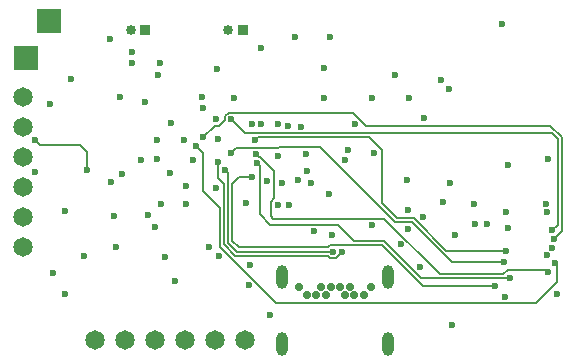
<source format=gbr>
%TF.GenerationSoftware,KiCad,Pcbnew,8.0.8*%
%TF.CreationDate,2025-02-18T00:45:43-08:00*%
%TF.ProjectId,OuterBoard_rev3.1,4f757465-7242-46f6-9172-645f72657633,rev?*%
%TF.SameCoordinates,Original*%
%TF.FileFunction,Copper,L4,Inr*%
%TF.FilePolarity,Positive*%
%FSLAX46Y46*%
G04 Gerber Fmt 4.6, Leading zero omitted, Abs format (unit mm)*
G04 Created by KiCad (PCBNEW 8.0.8) date 2025-02-18 00:45:43*
%MOMM*%
%LPD*%
G01*
G04 APERTURE LIST*
%TA.AperFunction,ComponentPad*%
%ADD10C,1.650000*%
%TD*%
%TA.AperFunction,ComponentPad*%
%ADD11C,0.700000*%
%TD*%
%TA.AperFunction,ComponentPad*%
%ADD12O,1.000000X2.000000*%
%TD*%
%TA.AperFunction,ComponentPad*%
%ADD13R,2.000000X2.000000*%
%TD*%
%TA.AperFunction,ComponentPad*%
%ADD14R,0.850000X0.850000*%
%TD*%
%TA.AperFunction,ComponentPad*%
%ADD15C,0.850000*%
%TD*%
%TA.AperFunction,ViaPad*%
%ADD16C,0.600000*%
%TD*%
%TA.AperFunction,Conductor*%
%ADD17C,0.200000*%
%TD*%
G04 APERTURE END LIST*
D10*
%TO.N,GPIO45*%
%TO.C,J2*%
X115620800Y-104013000D03*
%TO.N,GPIO46*%
X118160800Y-104013000D03*
%TO.N,IO21{slash}USER_LED*%
X120700800Y-104013000D03*
%TO.N,D10{slash}A10{slash}MOSI*%
X123240800Y-104013000D03*
%TO.N,D9{slash}A9{slash}MISO*%
X125780800Y-104013000D03*
%TO.N,D8{slash}A8{slash}SCK*%
X128320800Y-104013000D03*
%TD*%
D11*
%TO.N,GND*%
%TO.C,J42*%
X138978400Y-99503000D03*
%TO.N,unconnected-(J42-SSTXP2-PadB2)*%
X138328400Y-100203000D03*
%TO.N,unconnected-(J42-SSTXN2-PadB3)*%
X137528400Y-100203000D03*
%TO.N,+5V*%
X137128400Y-99503000D03*
%TO.N,Net-(J42-CC2)*%
X136728400Y-100203000D03*
%TO.N,USB_DP*%
X136328400Y-99503000D03*
%TO.N,USB_DN*%
X135528400Y-99503000D03*
%TO.N,unconnected-(J42-SBU2-PadB8)*%
X135128400Y-100203000D03*
%TO.N,+5V*%
X134728400Y-99503000D03*
%TO.N,unconnected-(J42-SSRXN1-PadB10)*%
X134328400Y-100203000D03*
%TO.N,unconnected-(J42-SSRXP1-PadB11)*%
X133528400Y-100203000D03*
%TO.N,GND*%
X132878400Y-99503000D03*
D12*
X131428400Y-98703000D03*
X140428400Y-98703000D03*
X131428400Y-104303000D03*
X140428400Y-104303000D03*
%TD*%
D13*
%TO.N,Net-(D1-K)*%
%TO.C,TP1*%
X109728000Y-80137000D03*
%TD*%
D14*
%TO.N,+BATT1*%
%TO.C,J3*%
X119837200Y-77800200D03*
D15*
%TO.N,GNDPWR*%
X118587200Y-77800200D03*
%TD*%
D14*
%TO.N,+BATT2*%
%TO.C,J4*%
X128117600Y-77749400D03*
D15*
%TO.N,GNDPWR*%
X126867600Y-77749400D03*
%TD*%
D13*
%TO.N,Net-(D2-K)*%
%TO.C,TP2*%
X111683800Y-76962000D03*
%TD*%
D10*
%TO.N,GNDPWR*%
%TO.C,J1*%
X109524800Y-96113600D03*
%TO.N,VDC*%
X109524800Y-93573600D03*
%TO.N,D1{slash}A1*%
X109524800Y-91033600D03*
%TO.N,GNDPWR*%
X109524800Y-88493600D03*
%TO.N,VDC*%
X109524800Y-85953600D03*
%TO.N,D0{slash}A0*%
X109524800Y-83413600D03*
%TD*%
D16*
%TO.N,GND*%
X147726400Y-94157800D03*
X114935000Y-89611200D03*
X121132600Y-92504600D03*
X142111489Y-93007223D03*
X121488200Y-97002600D03*
X145669000Y-90678000D03*
X154263252Y-96239441D03*
X123910000Y-88790000D03*
X120802400Y-88646600D03*
X110540800Y-87096600D03*
X150320000Y-100336400D03*
X145084800Y-92284600D03*
X150571200Y-89230200D03*
X113030000Y-93116400D03*
X128730000Y-97690000D03*
X142028800Y-90476900D03*
X147650200Y-92456000D03*
X117889684Y-89981291D03*
X123266200Y-92532200D03*
X131069477Y-88457575D03*
X111749000Y-84037600D03*
X139238800Y-88206400D03*
X122047000Y-85648800D03*
X128652394Y-99384806D03*
X135485000Y-78335000D03*
X132535000Y-78335000D03*
X134970000Y-80990000D03*
X134970000Y-83510000D03*
X114681000Y-96926400D03*
X125196600Y-96164400D03*
X122351800Y-99034600D03*
X135661400Y-95097600D03*
X139065000Y-83540600D03*
X117201071Y-93477539D03*
X145770600Y-102743000D03*
X121943122Y-89829707D03*
X142189200Y-83540600D03*
X150012400Y-77241400D03*
%TO.N,VCC*%
X120954800Y-81538800D03*
%TO.N,+2V8*%
X143408400Y-85242400D03*
X141452600Y-95885000D03*
%TO.N,VDC*%
X117396700Y-96139000D03*
X113004600Y-100152200D03*
X121107200Y-80568800D03*
X118688700Y-79618800D03*
%TO.N,Net-(D7-K)*%
X154686000Y-100101400D03*
%TO.N,+3.3V*%
X140944600Y-81584800D03*
X123266200Y-90954600D03*
X126100000Y-96920000D03*
X120802400Y-87096600D03*
X146098900Y-95123000D03*
X111988600Y-98348800D03*
X144909600Y-81965800D03*
X142087600Y-94589600D03*
X119483800Y-88793400D03*
X123153000Y-87031400D03*
X133527800Y-89662000D03*
X110515400Y-89814400D03*
X143078200Y-97866200D03*
%TO.N,+1V8*%
X153847800Y-93192600D03*
X120700800Y-94411800D03*
%TO.N,Net-(C38-Pad1)*%
X133444702Y-88239600D03*
%TO.N,+5V*%
X130429000Y-101879400D03*
%TO.N,IO21{slash}USER_LED*%
X125830000Y-85308799D03*
%TO.N,Net-(FB1-Pad2)*%
X153949400Y-88722200D03*
%TO.N,USB_DP*%
X135712200Y-96520000D03*
X126586400Y-89603665D03*
%TO.N,USB_DN*%
X136525000Y-96570800D03*
X125984000Y-88900000D03*
%TO.N,MTCK{slash}IO39{slash}CAM_SCL*%
X139013899Y-94285101D03*
X143370000Y-93550000D03*
%TO.N,IO38{slash}DVP_VSYNC*%
X133858000Y-90728800D03*
X153725086Y-92450272D03*
%TO.N,Net-(J10-Pad8)*%
X148742400Y-94183200D03*
%TO.N,IO47{slash}DVP_HREF*%
X131987500Y-92597090D03*
X150342600Y-93141800D03*
%TO.N,IO48{slash}DVP_Y9*%
X131054076Y-92574211D03*
X150520400Y-94564200D03*
%TO.N,IO10{slash}XMCLK*%
X127127615Y-85308799D03*
X154300000Y-94700000D03*
%TO.N,IO11{slash}DVP_Y8*%
X124715600Y-86848296D03*
X154440000Y-95490000D03*
%TO.N,IO12{slash}DVP_Y7*%
X153810000Y-96840000D03*
X125984000Y-87020400D03*
%TO.N,IO13{slash}DVP_PCLK*%
X129164567Y-87102167D03*
X150418800Y-96443800D03*
%TO.N,IO14{slash}DVP_Y6*%
X154514600Y-97455000D03*
X124160450Y-87606201D03*
%TO.N,IO15{slash}DVP_Y2*%
X127076200Y-88206000D03*
X150215600Y-97434400D03*
%TO.N,IO16{slash}DVP_Y5*%
X153970000Y-98240000D03*
X129235200Y-88288500D03*
%TO.N,IO17{slash}DVP_Y3*%
X129330301Y-89044545D03*
X150710000Y-98792400D03*
%TO.N,IO18{slash}DVP_Y4*%
X149450000Y-99441000D03*
X128839742Y-90170878D03*
%TO.N,CHIP_EN*%
X133030300Y-85939200D03*
X137591800Y-85725000D03*
%TO.N,BNO_INT*%
X120091200Y-93421200D03*
X125933200Y-81049800D03*
%TO.N,D1{slash}A1*%
X131108400Y-85750400D03*
%TO.N,D0{slash}A0*%
X129592400Y-79324200D03*
%TO.N,GPIO0*%
X131953000Y-85928200D03*
X145592800Y-82753200D03*
%TO.N,BNO_RST*%
X116967000Y-90601800D03*
X124661600Y-83439000D03*
%TO.N,D8{slash}A8{slash}SCK*%
X129641600Y-85750400D03*
%TO.N,D9{slash}A9{slash}MISO*%
X128843704Y-85733896D03*
%TO.N,D10{slash}A10{slash}MOSI*%
X124714000Y-84404200D03*
%TO.N,VDD_SPI*%
X125830000Y-91135200D03*
%TO.N,SPIHD*%
X128357314Y-92410849D03*
%TO.N,SPIWP*%
X134162800Y-94818200D03*
%TO.N,SPICS0*%
X135432900Y-91643200D03*
%TO.N,SPICLK*%
X130149600Y-90576400D03*
%TO.N,SPIQ*%
X132791200Y-90500200D03*
%TO.N,SPID*%
X131445000Y-90754200D03*
%TO.N,GNDPWR*%
X118688700Y-80568800D03*
X117668297Y-83398103D03*
X127345704Y-83494601D03*
X113583130Y-81940400D03*
X119820552Y-83885375D03*
X116890800Y-78536800D03*
%TO.N,GPIO45*%
X136753600Y-88773000D03*
%TO.N,GPIO46*%
X136982200Y-87884000D03*
%TD*%
D17*
%TO.N,GND*%
X110921800Y-87477600D02*
X110540800Y-87096600D01*
X114325400Y-87477600D02*
X110921800Y-87477600D01*
X114935000Y-89611200D02*
X114935000Y-88087200D01*
X114935000Y-88087200D02*
X114325400Y-87477600D01*
%TO.N,USB_DP*%
X126847600Y-89864865D02*
X126847600Y-95758000D01*
X127609600Y-96520000D02*
X135712200Y-96520000D01*
X126847600Y-95758000D02*
X127609600Y-96520000D01*
X126586400Y-89603665D02*
X126847600Y-89864865D01*
%TO.N,USB_DN*%
X126495200Y-90780000D02*
X125984000Y-90268800D01*
X135276600Y-96872400D02*
X127463631Y-96872400D01*
X126495200Y-95903969D02*
X126495200Y-90780000D01*
X136018600Y-97077200D02*
X135481400Y-97077200D01*
X127463631Y-96872400D02*
X126495200Y-95903969D01*
X135481400Y-97077200D02*
X135276600Y-96872400D01*
X136525000Y-96570800D02*
X136018600Y-97077200D01*
X125984000Y-90268800D02*
X125984000Y-88900000D01*
%TO.N,IO10{slash}XMCLK*%
X154300000Y-94700000D02*
X154762200Y-94237800D01*
X128315216Y-86496400D02*
X127127615Y-85308799D01*
X154762200Y-86995000D02*
X154263600Y-86496400D01*
X154762200Y-94237800D02*
X154762200Y-86995000D01*
X154263600Y-86496400D02*
X128315216Y-86496400D01*
%TO.N,IO11{slash}DVP_Y8*%
X155114600Y-94815400D02*
X155114600Y-86849032D01*
X126060800Y-85865999D02*
X125697897Y-85865999D01*
X126570415Y-85356384D02*
X126060800Y-85865999D01*
X154440000Y-95490000D02*
X155114600Y-94815400D01*
X126570415Y-85077999D02*
X126570415Y-85356384D01*
X126896815Y-84751599D02*
X126570415Y-85077999D01*
X155114600Y-86849032D02*
X154142968Y-85877400D01*
X154142968Y-85877400D02*
X138532200Y-85877400D01*
X125697897Y-85865999D02*
X124715600Y-86848296D01*
X138532200Y-85877400D02*
X137406399Y-84751599D01*
X137406399Y-84751599D02*
X126896815Y-84751599D01*
%TO.N,IO13{slash}DVP_PCLK*%
X139841200Y-92378232D02*
X141142968Y-93680000D01*
X129417934Y-86848800D02*
X138741000Y-86848800D01*
X139841200Y-87949000D02*
X139841200Y-92378232D01*
X138741000Y-86848800D02*
X139841200Y-87949000D01*
X142565369Y-93680000D02*
X145329169Y-96443800D01*
X141142968Y-93680000D02*
X142565369Y-93680000D01*
X145329169Y-96443800D02*
X150418800Y-96443800D01*
X129164567Y-87102167D02*
X129417934Y-86848800D01*
%TO.N,IO14{slash}DVP_Y6*%
X154690000Y-97630000D02*
X154690000Y-99090000D01*
X154515000Y-97455000D02*
X154690000Y-97630000D01*
X124715600Y-88161351D02*
X124160450Y-87606201D01*
X154514600Y-97455000D02*
X154515000Y-97455000D01*
X124715600Y-91416200D02*
X124715600Y-88161351D01*
X154690000Y-99090000D02*
X152891200Y-100888800D01*
X126142800Y-96094000D02*
X126142800Y-92843400D01*
X152891200Y-100888800D02*
X130937600Y-100888800D01*
X130937600Y-100888800D02*
X126142800Y-96094000D01*
X126142800Y-92843400D02*
X124715600Y-91416200D01*
%TO.N,IO15{slash}DVP_Y2*%
X130377900Y-87731300D02*
X130378200Y-87731600D01*
X140997000Y-94032400D02*
X142419400Y-94032400D01*
X127076200Y-88206000D02*
X127550900Y-87731300D01*
X131163400Y-87682400D02*
X134647000Y-87682400D01*
X130378200Y-87731600D02*
X131114200Y-87731600D01*
X131114200Y-87731600D02*
X131163400Y-87682400D01*
X145821400Y-97434400D02*
X150215600Y-97434400D01*
X127550900Y-87731300D02*
X130377900Y-87731300D01*
X142419400Y-94032400D02*
X145821400Y-97434400D01*
X134647000Y-87682400D02*
X140997000Y-94032400D01*
%TO.N,IO16{slash}DVP_Y5*%
X130684901Y-93727901D02*
X130451676Y-93494676D01*
X130752000Y-89654800D02*
X129573334Y-88476134D01*
X130451676Y-92324688D02*
X130752000Y-92024364D01*
X150161000Y-98428200D02*
X144783800Y-98428200D01*
X130752000Y-92024364D02*
X130752000Y-89654800D01*
X150543600Y-98045600D02*
X150161000Y-98428200D01*
X140083501Y-93727901D02*
X130684901Y-93727901D01*
X129422834Y-88476134D02*
X129235200Y-88288500D01*
X153970000Y-98240000D02*
X153775600Y-98045600D01*
X130451676Y-93494676D02*
X130451676Y-92324688D01*
X129573334Y-88476134D02*
X129422834Y-88476134D01*
X153775600Y-98045600D02*
X150543600Y-98045600D01*
X144783800Y-98428200D02*
X140083501Y-93727901D01*
%TO.N,IO17{slash}DVP_Y3*%
X150698200Y-98780600D02*
X143195569Y-98780600D01*
X129547200Y-89261444D02*
X129330301Y-89044545D01*
X136120200Y-94261000D02*
X130430600Y-94261000D01*
X129547200Y-93377600D02*
X129547200Y-89261444D01*
X150710000Y-98792400D02*
X150698200Y-98780600D01*
X137469600Y-95610400D02*
X136120200Y-94261000D01*
X130430600Y-94261000D02*
X129547200Y-93377600D01*
X140025369Y-95610400D02*
X137469600Y-95610400D01*
X143195569Y-98780600D02*
X140025369Y-95610400D01*
%TO.N,IO18{slash}DVP_Y4*%
X135481400Y-95962800D02*
X135276600Y-96167600D01*
X139879400Y-95962800D02*
X135481400Y-95962800D01*
X127755568Y-96167600D02*
X127200000Y-95612032D01*
X127200000Y-90782800D02*
X127811922Y-90170878D01*
X143357600Y-99441000D02*
X139879400Y-95962800D01*
X127200000Y-95612032D02*
X127200000Y-90782800D01*
X135276600Y-96167600D02*
X127755568Y-96167600D01*
X127811922Y-90170878D02*
X128839742Y-90170878D01*
X149450000Y-99441000D02*
X143357600Y-99441000D01*
%TD*%
M02*

</source>
